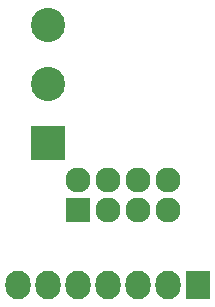
<source format=gbr>
G04 #@! TF.FileFunction,Soldermask,Bot*
%FSLAX46Y46*%
G04 Gerber Fmt 4.6, Leading zero omitted, Abs format (unit mm)*
G04 Created by KiCad (PCBNEW 4.0.2-4+6225~38~ubuntu14.04.1-stable) date Sat 30 Apr 2016 11:35:10 AM PDT*
%MOMM*%
G01*
G04 APERTURE LIST*
%ADD10C,0.100000*%
%ADD11R,2.127200X2.127200*%
%ADD12O,2.127200X2.127200*%
%ADD13R,2.127200X2.432000*%
%ADD14O,2.127200X2.432000*%
%ADD15C,2.900000*%
%ADD16R,2.900000X2.900000*%
G04 APERTURE END LIST*
D10*
D11*
X134620000Y-116840000D03*
D12*
X134620000Y-114300000D03*
X137160000Y-116840000D03*
X137160000Y-114300000D03*
X139700000Y-116840000D03*
X139700000Y-114300000D03*
X142240000Y-116840000D03*
X142240000Y-114300000D03*
D13*
X144780000Y-123190000D03*
D14*
X142240000Y-123190000D03*
X139700000Y-123190000D03*
X137160000Y-123190000D03*
X134620000Y-123190000D03*
X132080000Y-123190000D03*
X129540000Y-123190000D03*
D15*
X132080000Y-101125000D03*
D16*
X132080000Y-111125000D03*
D15*
X132080000Y-106125000D03*
M02*

</source>
